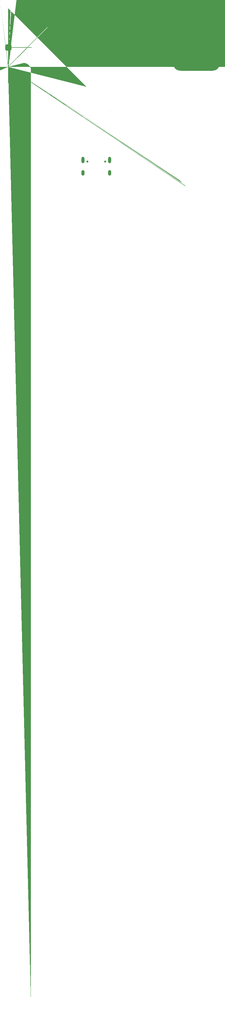
<source format=gbr>
%TF.GenerationSoftware,KiCad,Pcbnew,7.0.10*%
%TF.CreationDate,2024-02-06T18:38:26-08:00*%
%TF.ProjectId,main_board,6d61696e-5f62-46f6-9172-642e6b696361,rev?*%
%TF.SameCoordinates,Original*%
%TF.FileFunction,Soldermask,Bot*%
%TF.FilePolarity,Negative*%
%FSLAX46Y46*%
G04 Gerber Fmt 4.6, Leading zero omitted, Abs format (unit mm)*
G04 Created by KiCad (PCBNEW 7.0.10) date 2024-02-06 18:38:26*
%MOMM*%
%LPD*%
G01*
G04 APERTURE LIST*
G04 Aperture macros list*
%AMRoundRect*
0 Rectangle with rounded corners*
0 $1 Rounding radius*
0 $2 $3 $4 $5 $6 $7 $8 $9 X,Y pos of 4 corners*
0 Add a 4 corners polygon primitive as box body*
4,1,4,$2,$3,$4,$5,$6,$7,$8,$9,$2,$3,0*
0 Add four circle primitives for the rounded corners*
1,1,$1+$1,$2,$3*
1,1,$1+$1,$4,$5*
1,1,$1+$1,$6,$7*
1,1,$1+$1,$8,$9*
0 Add four rect primitives between the rounded corners*
20,1,$1+$1,$2,$3,$4,$5,0*
20,1,$1+$1,$4,$5,$6,$7,0*
20,1,$1+$1,$6,$7,$8,$9,0*
20,1,$1+$1,$8,$9,$2,$3,0*%
%AMFreePoly0*
4,1,247,5.039824,1.258745,5.040645,1.258997,5.187960,1.256588,5.193559,1.254666,5.199378,1.255745,5.491487,1.217288,5.497576,1.214383,5.504316,1.214737,5.788907,1.138482,5.794566,1.134806,5.801293,1.134277,6.073495,1.021527,6.078625,1.017145,6.085227,1.015742,6.340384,0.868427,6.344900,0.863411,6.351260,0.861159,6.585006,0.681800,6.588827,0.676240,6.594841,0.673176,
6.803176,0.464841,6.806240,0.458827,6.811800,0.455006,6.991159,0.221260,6.993411,0.214900,6.998427,0.210384,7.145742,-0.044773,7.147145,-0.051374,7.151527,-0.056505,7.264277,-0.328706,7.264806,-0.335433,7.268482,-0.341093,7.344737,-0.625684,7.344383,-0.632423,7.347288,-0.638513,7.385746,-0.930623,7.384667,-0.936442,7.386588,-0.942040,7.388997,-1.089355,7.388745,-1.090175,
7.389010,-1.090990,7.389010,-11.389010,7.388745,-11.389824,7.388997,-11.390645,7.386588,-11.537960,7.384667,-11.543557,7.385746,-11.549377,7.347288,-11.841487,7.344383,-11.847576,7.344737,-11.854316,7.268482,-12.138907,7.264806,-12.144566,7.264277,-12.151294,7.151527,-12.423495,7.147145,-12.428625,7.145742,-12.435227,6.998427,-12.690384,6.993411,-12.694900,6.991159,-12.701260,6.811800,-12.935006,
6.806240,-12.938827,6.803176,-12.944841,6.594841,-13.153176,6.588827,-13.156240,6.585006,-13.161800,6.351260,-13.341159,6.344900,-13.343411,6.340384,-13.348427,6.085227,-13.495742,6.078625,-13.497145,6.073495,-13.501527,5.801293,-13.614277,5.794566,-13.614806,5.788907,-13.618482,5.504316,-13.694737,5.497576,-13.694383,5.491487,-13.697288,5.199378,-13.735745,5.193559,-13.734666,5.187960,-13.736588,
5.040645,-13.738997,5.039824,-13.738745,5.039010,-13.739010,-5.259010,-13.739010,-5.259824,-13.738745,-5.260645,-13.738997,-5.407960,-13.736588,-5.413557,-13.734667,-5.419377,-13.735746,-5.711487,-13.697288,-5.717577,-13.694382,-5.724316,-13.694736,-6.008907,-13.618481,-6.014566,-13.614805,-6.021294,-13.614276,-6.293495,-13.501526,-6.298625,-13.497144,-6.305227,-13.495741,-6.560384,-13.348426,-6.564900,-13.343410,
-6.571260,-13.341158,-6.805005,-13.161799,-6.808826,-13.156239,-6.814840,-13.153175,-7.023175,-12.944840,-7.026239,-12.938826,-7.031799,-12.935005,-7.211158,-12.701260,-7.213410,-12.694900,-7.218426,-12.690384,-7.365741,-12.435227,-7.367144,-12.428625,-7.371526,-12.423495,-7.484276,-12.151293,-7.484805,-12.144566,-7.488481,-12.138907,-7.564737,-11.854316,-7.564383,-11.847576,-7.567288,-11.841487,-7.605745,-11.549378,
-7.604666,-11.543559,-7.606588,-11.537960,-7.608997,-11.390645,-7.608745,-11.389824,-7.609010,-11.389010,-7.609010,-6.840000,-7.604116,-6.824937,-7.604116,-6.809098,-7.594806,-6.796284,-7.589912,-6.781221,-7.577098,-6.771911,-7.567789,-6.759098,-7.552725,-6.754203,-7.539912,-6.744894,-7.524073,-6.744894,-7.509010,-6.740000,-1.610000,-6.740000,-1.596236,-6.744471,-1.581771,-6.744067,-1.567579,-6.753782,
-1.551221,-6.759098,-1.542714,-6.770806,-1.530774,-6.778981,-1.525003,-6.795182,-1.514894,-6.809098,-1.514894,-6.823570,-1.510039,-6.837203,-1.507485,-6.928440,-1.467197,-7.104956,-1.389254,-7.266804,-1.277251,-7.407251,-1.136804,-7.519254,-0.974954,-7.597197,-0.798440,-7.637485,-0.708596,-7.640000,0.488597,-7.640000,0.578440,-7.637485,0.754956,-7.597197,0.916804,-7.519254,1.057251,-7.407251,
1.169254,-7.266804,1.247197,-7.104954,1.287485,-6.928440,1.290000,-6.838595,1.290000,-5.641404,1.287485,-5.551559,1.247197,-5.375045,1.169254,-5.213195,1.057251,-5.072748,0.916804,-4.960745,0.754956,-4.882802,0.578440,-4.842514,0.488597,-4.840000,-0.708596,-4.840000,-0.798440,-4.842514,-0.974954,-4.882802,-1.136804,-4.960745,-1.277251,-5.072748,-1.389254,-5.213195,-1.467197,-5.375043,
-1.507485,-5.551559,-1.510039,-5.642797,-1.514894,-5.656429,-1.514894,-5.670902,-1.525003,-5.684817,-1.530774,-5.701019,-1.542714,-5.709193,-1.551221,-5.720902,-1.567579,-5.726217,-1.581771,-5.735933,-1.596236,-5.735528,-1.610000,-5.740000,-7.509010,-5.740000,-7.524073,-5.735106,-7.539912,-5.735106,-7.552725,-5.725796,-7.567789,-5.720902,-7.577098,-5.708088,-7.589912,-5.698779,-7.594806,-5.683715,
-7.604116,-5.670902,-7.604116,-5.655062,-7.609010,-5.640000,-7.609010,-1.090990,-7.608745,-1.090175,-7.608997,-1.089355,-7.606588,-0.942040,-7.604666,-0.936440,-7.605745,-0.930622,-7.567288,-0.638513,-7.564383,-0.632423,-7.564737,-0.625684,-7.488481,-0.341093,-7.484805,-0.335433,-7.484276,-0.328707,-7.371526,-0.056505,-7.367144,-0.051374,-7.365741,-0.044773,-7.218426,0.210384,-7.213410,0.214900,
-7.211158,0.221260,-7.031799,0.455005,-7.026239,0.458826,-7.023175,0.464840,-6.814840,0.673175,-6.808826,0.676239,-6.805005,0.681799,-6.571260,0.861158,-6.564900,0.863410,-6.560384,0.868426,-6.305227,1.015741,-6.298625,1.017144,-6.293495,1.021526,-6.021294,1.134276,-6.014566,1.134805,-6.008907,1.138481,-5.724316,1.214736,-5.717577,1.214382,-5.711487,1.217288,-5.419377,1.255746,
-5.413557,1.254667,-5.407960,1.256588,-5.260645,1.258997,-5.259824,1.258745,-5.259010,1.259010,5.039010,1.259010,5.039824,1.258745,5.039824,1.258745,$1*%
G04 Aperture macros list end*
%ADD10C,0.200000*%
%ADD11C,0.650000*%
%ADD12O,1.000000X2.100000*%
%ADD13O,1.000000X1.800000*%
%ADD14RoundRect,2.250000X-5.250000X-5.250000X5.250000X-5.250000X5.250000X5.250000X-5.250000X5.250000X0*%
%ADD15RoundRect,0.400000X0.600000X0.600000X-0.600000X0.600000X-0.600000X-0.600000X0.600000X-0.600000X0*%
%ADD16FreePoly0,180.000000*%
G04 APERTURE END LIST*
D10*
X19775000Y43100000D02*
X13400000Y43100000D01*
D11*
%TO.C,J1*%
X37860000Y6300000D03*
X43640000Y6300000D03*
D12*
X36430000Y6800000D03*
D13*
X36430000Y2620000D03*
D12*
X45070000Y6800000D03*
D13*
X45070000Y2620000D03*
%TD*%
D14*
%TO.C,E1*%
X73200000Y43100000D03*
%TD*%
D15*
%TO.C,E2*%
X12350000Y43100000D03*
D16*
X12240000Y36860000D03*
%TD*%
M02*

</source>
